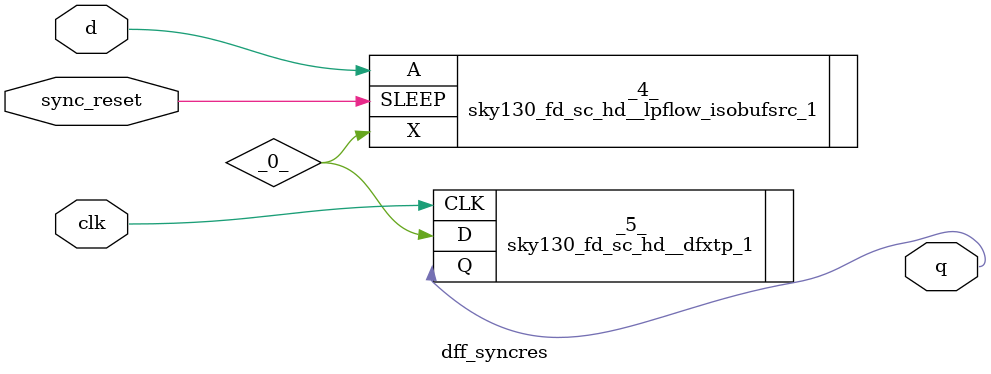
<source format=v>
/* Generated by Yosys 0.32+51 (git sha1 6405bbab1, clang 14.0.0-1ubuntu1.1 -fPIC -Os) */

module dff_syncres(clk, sync_reset, d, q);
  wire _0_;
  wire _1_;
  wire _2_;
  wire _3_;
  input clk;
  wire clk;
  input d;
  wire d;
  output q;
  wire q;
  input sync_reset;
  wire sync_reset;
  sky130_fd_sc_hd__lpflow_isobufsrc_1 _4_ (
    .A(_1_),
    .SLEEP(_2_),
    .X(_0_)
  );
  sky130_fd_sc_hd__dfxtp_1 _5_ (
    .CLK(clk),
    .D(_3_),
    .Q(q)
  );
  assign _1_ = d;
  assign _2_ = sync_reset;
  assign _3_ = _0_;
endmodule

</source>
